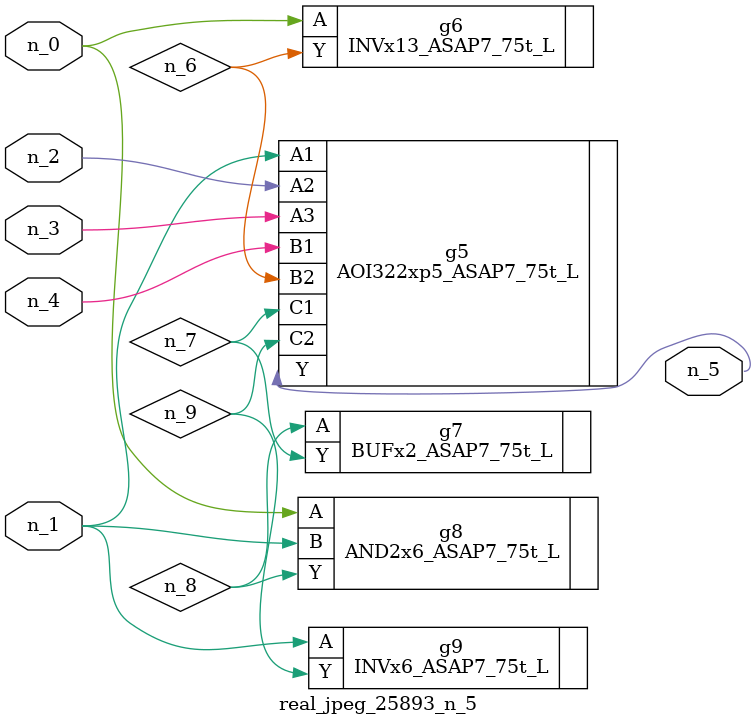
<source format=v>
module real_jpeg_25893_n_5 (n_4, n_0, n_1, n_2, n_3, n_5);

input n_4;
input n_0;
input n_1;
input n_2;
input n_3;

output n_5;

wire n_8;
wire n_6;
wire n_7;
wire n_9;

INVx13_ASAP7_75t_L g6 ( 
.A(n_0),
.Y(n_6)
);

AND2x6_ASAP7_75t_L g8 ( 
.A(n_0),
.B(n_1),
.Y(n_8)
);

AOI322xp5_ASAP7_75t_L g5 ( 
.A1(n_1),
.A2(n_2),
.A3(n_3),
.B1(n_4),
.B2(n_6),
.C1(n_7),
.C2(n_9),
.Y(n_5)
);

INVx6_ASAP7_75t_L g9 ( 
.A(n_1),
.Y(n_9)
);

BUFx2_ASAP7_75t_L g7 ( 
.A(n_8),
.Y(n_7)
);


endmodule
</source>
